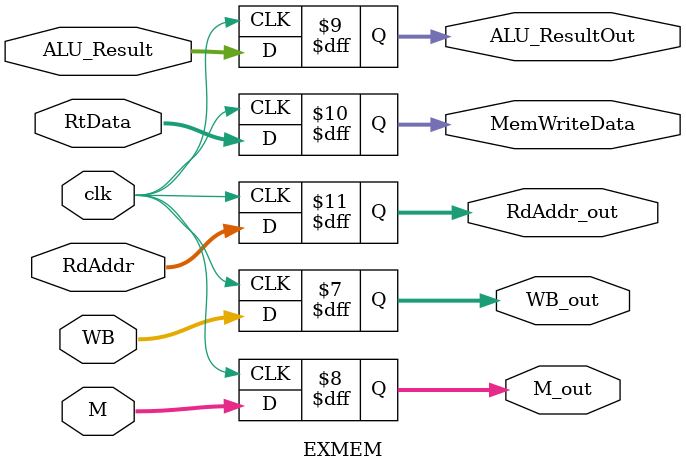
<source format=v>
module EXMEM(clk, WB, M, ALU_Result, RtData, RdAddr, WB_out, M_out, ALU_ResultOut, MemWriteData, RdAddr_out);
	input clk;
	input[1:0] WB;
	input[1:0] M;
	input[31:0] ALU_Result, RtData;
	input[4:0] RdAddr;
	output reg[1:0] WB_out = 0;
	output reg[1:0] M_out = 0;
	output reg[31:0] ALU_ResultOut = 0, MemWriteData = 0;
	output reg[4:0] RdAddr_out = 0;
	always@(posedge clk)begin
		WB_out = WB;
		M_out = M;
		ALU_ResultOut = ALU_Result;
		MemWriteData = RtData;
		RdAddr_out = RdAddr;
	end
endmodule

</source>
